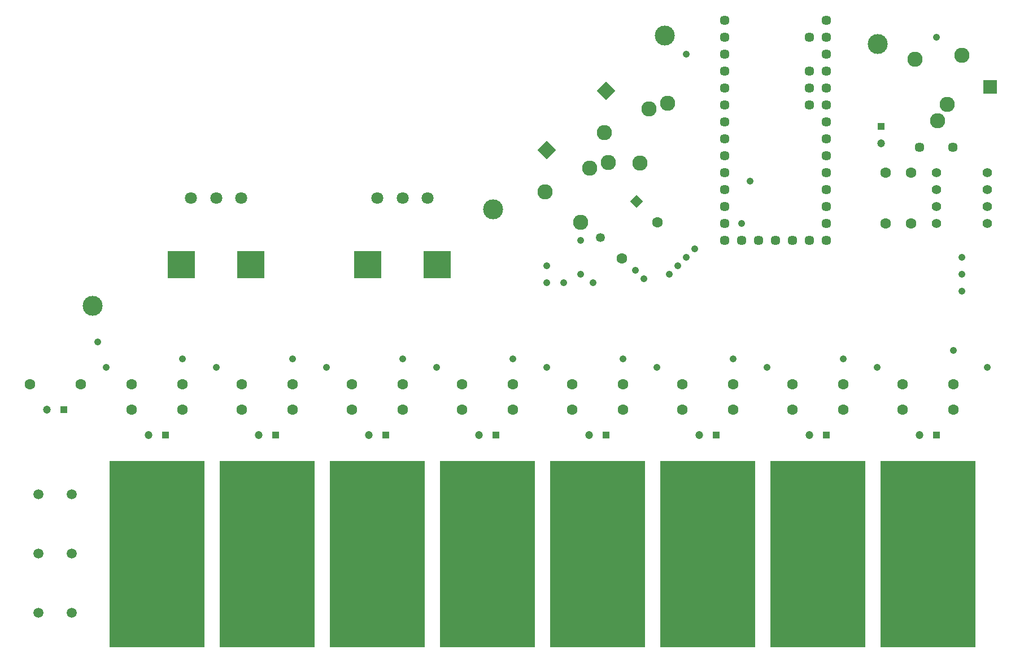
<source format=gts>
%FSLAX33Y33*%
%MOMM*%
%AMRect-W4000000-H4000000-RO1.000*
21,1,4.,4.,0.,0.,180*%
%AMRect-W1350000-H1350000-RO0.750*
21,1,1.35,1.35,0.,0.,225*%
%AMRect-W1000000-H1000000-RO1.000*
21,1,1.,1.,0.,0.,180*%
%AMRect-W2032000-H2032000-RO0.250*
21,1,2.032,2.032,0.,0.,315*%
%AMRect-W2032000-H2032000-RO1.000*
21,1,2.032,2.032,0.,0.,180*%
%AMRect-W1000000-H1000000-RO0.500*
21,1,1.,1.,0.,0.,270*%
%ADD10C,3.*%
%ADD11C,1.0668*%
%ADD12C,1.8*%
%ADD13Rect-W4000000-H4000000-RO1.000*%
%ADD14C,1.6*%
%ADD15C,1.35*%
%ADD16Rect-W1350000-H1350000-RO0.750*%
%ADD17R,14.24X28.*%
%ADD18C,1.6*%
%ADD19C,1.6*%
%ADD20C,1.2*%
%ADD21Rect-W1000000-H1000000-RO1.000*%
%ADD22C,2.286*%
%ADD23Rect-W2032000-H2032000-RO0.250*%
%ADD24C,1.5*%
%ADD25C,1.4*%
%ADD26C,1.45*%
%ADD27C,1.6*%
%ADD28C,1.0668*%
%ADD29C,1.45*%
%ADD30C,2.286*%
%ADD31Rect-W2032000-H2032000-RO1.000*%
%ADD32C,1.2*%
%ADD33Rect-W1000000-H1000000-RO0.500*%
D10*
%LNtop solder mask_traces*%
G01*
X130900Y93000D03*
D11*
X99695Y58420D03*
X59690Y69850D03*
X102235Y60960D03*
X111760Y72390D03*
X142240Y46990D03*
X48260Y44450D03*
X102235Y91440D03*
X81280Y59690D03*
X26670Y45720D03*
X103505Y62230D03*
X130810Y44450D03*
X64770Y44450D03*
X95885Y57785D03*
X92710Y45720D03*
X31750Y44450D03*
X15240Y44450D03*
X125730Y45720D03*
X81280Y44450D03*
X147320Y44450D03*
X59690Y45720D03*
X100965Y59690D03*
D10*
X13275Y53725D03*
D11*
X13970Y48260D03*
X43180Y45720D03*
D10*
X73300Y68200D03*
D11*
X83820Y57150D03*
X114300Y44450D03*
X139700Y93980D03*
X110490Y66040D03*
X88265Y57150D03*
X76200Y45720D03*
X94615Y59055D03*
X97790Y44450D03*
X10160Y16510D03*
X81280Y57150D03*
X86354Y63500D03*
D10*
X99000Y94250D03*
D11*
X86360Y58420D03*
X109220Y45720D03*
%LNtop solder mask component fb107dcccfdb0926*%
D12*
X35500Y69850D03*
X28000Y69850D03*
X31750Y69850D03*
D13*
X26550Y59850D03*
X36950Y59850D03*
%LNtop solder mask component 1f20f5d5898abb2f*%
D14*
X92710Y38100D03*
X85090Y38100D03*
%LNtop solder mask component 4b1e3c7fd09ccb6e*%
D15*
X89381Y63981D03*
D16*
X94769Y69369D03*
%LNtop solder mask component 97cbeba4f3948cad*%
D17*
X138430Y16480D03*
%LNtop solder mask component 27b49cb97a04ef49*%
D14*
X76200Y38100D03*
X68580Y38100D03*
%LNtop solder mask component f535bb90dd72d157*%
D17*
X22860Y16480D03*
%LNtop solder mask component a620bbc60874f67c*%
D18*
X132080Y66040D03*
X132080Y73660D03*
%LNtop solder mask component ea2c1d543afd550c*%
D19*
X3810Y41910D03*
X11430Y41910D03*
%LNtop solder mask component b43df3c15a639c76*%
D14*
X26670Y41910D03*
X19050Y41910D03*
%LNtop solder mask component de895496bb2fd0e6*%
X109220Y38100D03*
X101600Y38100D03*
%LNtop solder mask component 470e91fafd046a91*%
D17*
X55880Y16480D03*
%LNtop solder mask component 82f976b0e811269b*%
D18*
X135890Y66040D03*
X135890Y73660D03*
%LNtop solder mask component 34e823c397d52473*%
D20*
X120650Y34290D03*
D21*
X123190Y34290D03*
%LNtop solder mask component 9af73c40574899a7*%
D14*
X59690Y38100D03*
X52070Y38100D03*
%LNtop solder mask component f836791b44df51a1*%
D20*
X54610Y34290D03*
D21*
X57150Y34290D03*
%LNtop solder mask component b4f3b804e5a01ba0*%
D22*
X81032Y70785D03*
X86354Y66218D03*
X87742Y74384D03*
X90508Y75174D03*
D23*
X81349Y77114D03*
%LNtop solder mask component 02b106f82a4a95db*%
D20*
X137160Y34290D03*
D21*
X139700Y34290D03*
%LNtop solder mask component c91da9575c6a0be3*%
D24*
X10120Y16510D03*
X5120Y16510D03*
%LNtop solder mask component 9f6d21584f488dcd*%
D14*
X142240Y38100D03*
X134620Y38100D03*
%LNtop solder mask component d521cece24698383*%
D25*
X147320Y71120D03*
X139700Y66040D03*
X147320Y68580D03*
X139700Y68580D03*
X147320Y66040D03*
X139700Y71120D03*
X139700Y73660D03*
X147320Y73660D03*
%LNtop solder mask component 97a26aaf76f6e1cc*%
D26*
X120650Y93980D03*
X120650Y88900D03*
X120650Y86360D03*
X120650Y83820D03*
X120650Y63500D03*
X118110Y63500D03*
X115570Y63500D03*
X113030Y63500D03*
X110490Y63500D03*
X107950Y96520D03*
X107950Y93980D03*
X107950Y91440D03*
X107950Y88900D03*
X107950Y86360D03*
X107950Y83820D03*
X107950Y81280D03*
X107950Y78740D03*
X107950Y76200D03*
X107950Y73660D03*
X107950Y71120D03*
X107950Y68580D03*
X107950Y66040D03*
X107950Y63500D03*
X123190Y63500D03*
X123190Y66040D03*
X123190Y68580D03*
X123190Y71120D03*
X123190Y73660D03*
X123190Y76200D03*
X123190Y78740D03*
X123190Y81280D03*
X123190Y83820D03*
X123190Y86360D03*
X123190Y88900D03*
X123190Y91440D03*
X123190Y93980D03*
X123190Y96520D03*
%LNtop solder mask component 106714d2bc1b7527*%
D14*
X43180Y41910D03*
X35560Y41910D03*
%LNtop solder mask component 34c941316c1a9527*%
D20*
X104140Y34290D03*
D21*
X106680Y34290D03*
%LNtop solder mask component cf9d0f0b436303b1*%
D14*
X125730Y38100D03*
X118110Y38100D03*
%LNtop solder mask component 58c9e35b802cae0f*%
X76200Y41910D03*
X68580Y41910D03*
%LNtop solder mask component 36da97aa6b26bacf*%
D20*
X21590Y34290D03*
D21*
X24130Y34290D03*
%LNtop solder mask component 62e86ca77f7b5a9a*%
D14*
X142240Y41910D03*
X134620Y41910D03*
%LNtop solder mask component 497d46b69fa9bdd2*%
X43180Y38100D03*
X35560Y38100D03*
%LNtop solder mask component 718ced2e03940ba8*%
D12*
X63440Y69850D03*
X55940Y69850D03*
X59690Y69850D03*
D13*
X54490Y59850D03*
X64890Y59850D03*
%LNtop solder mask component c4b1df07a66167ef*%
D14*
X59690Y41910D03*
X52070Y41910D03*
%LNtop solder mask component c566558ad0bcfb55*%
D20*
X71120Y34290D03*
D21*
X73660Y34290D03*
%LNtop solder mask component 4820d467dc877488*%
D20*
X87630Y34290D03*
D21*
X90170Y34290D03*
%LNtop solder mask component da1d1d7cd5a7c606*%
D27*
X92556Y60806D03*
X97944Y66194D03*
%LNtop solder mask component 60ae0478fb4407c3*%
D28*
X143510Y55880D03*
X143510Y60960D03*
X143510Y58420D03*
%LNtop solder mask component a8833ba25e49bac5*%
D22*
X89922Y79675D03*
X95244Y75108D03*
X96632Y83274D03*
X99398Y84064D03*
D23*
X90239Y86004D03*
%LNtop solder mask component 920632581e92b0fd*%
D20*
X38100Y34290D03*
D21*
X40640Y34290D03*
%LNtop solder mask component 8d5ab273b1829623*%
D17*
X88900Y16480D03*
%LNtop solder mask component 01f9c429d97c1052*%
X72390Y16480D03*
%LNtop solder mask component fba815822519b424*%
X39370Y16480D03*
%LNtop solder mask component 3612e22fcedd26d8*%
D14*
X125730Y41910D03*
X118110Y41910D03*
%LNtop solder mask component 3919fc649fdcade3*%
D29*
X137200Y77470D03*
X142200Y77470D03*
%LNtop solder mask component 6889c37fa128180d*%
D30*
X143513Y91262D03*
X136520Y90729D03*
X141312Y83972D03*
X139915Y81458D03*
D31*
X147764Y86563D03*
%LNtop solder mask component 42f967a1b082bbaa*%
D20*
X6350Y38100D03*
D21*
X8890Y38100D03*
%LNtop solder mask component 843ae13b30258408*%
D14*
X26670Y38100D03*
X19050Y38100D03*
%LNtop solder mask component abea25ac2a452092*%
D24*
X10120Y7620D03*
X5120Y7620D03*
%LNtop solder mask component 71f6df73bb3e5241*%
D14*
X109220Y41910D03*
X101600Y41910D03*
%LNtop solder mask component bd4e2dec967c8ba0*%
D17*
X105410Y16480D03*
%LNtop solder mask component a23c2c192278a3d0*%
X121920Y16480D03*
%LNtop solder mask component 3cea8e4304858dd9*%
D32*
X131445Y78125D03*
D33*
X131445Y80625D03*
%LNtop solder mask component c985985d9b0f206f*%
D14*
X92710Y41910D03*
X85090Y41910D03*
%LNtop solder mask component 6f85b1a43342d1af*%
D24*
X10120Y25400D03*
X5120Y25400D03*
M02*
</source>
